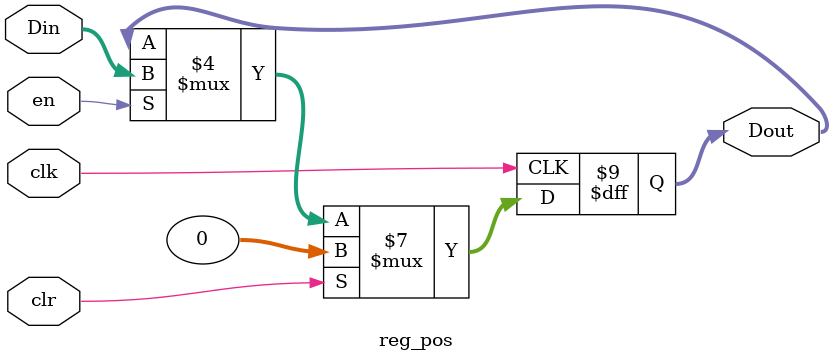
<source format=v>
`timescale 1ns / 1ps


module reg_pos(clk,clr,en,Din,Dout);
    
    parameter WIDTH = 32;
    input clk,clr,en;
    input [WIDTH-1:0] Din;
    output reg [WIDTH-1:0] Dout;
    
    initial
    begin
        Dout <= 0;
    end
    
    always@(posedge clk) 
    begin 
        if (clr == 1) 
            Dout <= 0; 
        else if (en)
            Dout <= Din; 
    end  
endmodule

</source>
